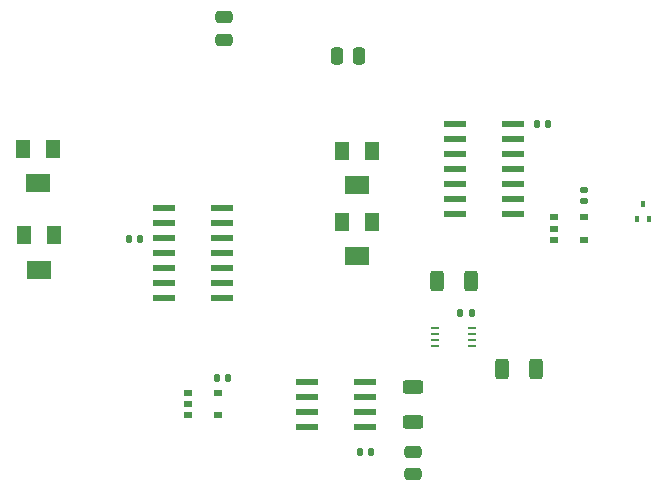
<source format=gbr>
%TF.GenerationSoftware,KiCad,Pcbnew,9.0.0*%
%TF.CreationDate,2025-04-18T23:18:59-05:00*%
%TF.ProjectId,BSPD,42535044-2e6b-4696-9361-645f70636258,rev?*%
%TF.SameCoordinates,Original*%
%TF.FileFunction,Paste,Top*%
%TF.FilePolarity,Positive*%
%FSLAX46Y46*%
G04 Gerber Fmt 4.6, Leading zero omitted, Abs format (unit mm)*
G04 Created by KiCad (PCBNEW 9.0.0) date 2025-04-18 23:18:59*
%MOMM*%
%LPD*%
G01*
G04 APERTURE LIST*
G04 Aperture macros list*
%AMRoundRect*
0 Rectangle with rounded corners*
0 $1 Rounding radius*
0 $2 $3 $4 $5 $6 $7 $8 $9 X,Y pos of 4 corners*
0 Add a 4 corners polygon primitive as box body*
4,1,4,$2,$3,$4,$5,$6,$7,$8,$9,$2,$3,0*
0 Add four circle primitives for the rounded corners*
1,1,$1+$1,$2,$3*
1,1,$1+$1,$4,$5*
1,1,$1+$1,$6,$7*
1,1,$1+$1,$8,$9*
0 Add four rect primitives between the rounded corners*
20,1,$1+$1,$2,$3,$4,$5,0*
20,1,$1+$1,$4,$5,$6,$7,0*
20,1,$1+$1,$6,$7,$8,$9,0*
20,1,$1+$1,$8,$9,$2,$3,0*%
G04 Aperture macros list end*
%ADD10R,1.981200X0.558800*%
%ADD11RoundRect,0.140000X-0.140000X-0.170000X0.140000X-0.170000X0.140000X0.170000X-0.140000X0.170000X0*%
%ADD12RoundRect,0.100000X-0.100000X0.155000X-0.100000X-0.155000X0.100000X-0.155000X0.100000X0.155000X0*%
%ADD13R,1.270000X1.549400*%
%ADD14R,2.006600X1.549400*%
%ADD15RoundRect,0.250000X-0.475000X0.250000X-0.475000X-0.250000X0.475000X-0.250000X0.475000X0.250000X0*%
%ADD16RoundRect,0.250000X-0.312500X-0.625000X0.312500X-0.625000X0.312500X0.625000X-0.312500X0.625000X0*%
%ADD17RoundRect,0.140000X0.170000X-0.140000X0.170000X0.140000X-0.170000X0.140000X-0.170000X-0.140000X0*%
%ADD18RoundRect,0.250000X-0.625000X0.312500X-0.625000X-0.312500X0.625000X-0.312500X0.625000X0.312500X0*%
%ADD19RoundRect,0.140000X0.140000X0.170000X-0.140000X0.170000X-0.140000X-0.170000X0.140000X-0.170000X0*%
%ADD20R,0.800001X0.549999*%
%ADD21RoundRect,0.250000X0.250000X0.475000X-0.250000X0.475000X-0.250000X-0.475000X0.250000X-0.475000X0*%
%ADD22R,0.762000X0.254000*%
G04 APERTURE END LIST*
D10*
%TO.C,U106*%
X159236200Y-120695000D03*
X159236200Y-121965000D03*
X159236200Y-123235000D03*
X159236200Y-124505000D03*
X164163800Y-124505000D03*
X164163800Y-123235000D03*
X164163800Y-121965000D03*
X164163800Y-120695000D03*
%TD*%
D11*
%TO.C,C103*%
X151620000Y-120300000D03*
X152580000Y-120300000D03*
%TD*%
D12*
%TO.C,Q101*%
X187200000Y-106882500D03*
X188200000Y-106882500D03*
X187700000Y-105592500D03*
%TD*%
D13*
%TO.C,RV101*%
X137827597Y-108264946D03*
D14*
X136557597Y-111160546D03*
D13*
X135287597Y-108264946D03*
%TD*%
%TO.C,RV103*%
X164720000Y-101096700D03*
D14*
X163450000Y-103992300D03*
D13*
X162180000Y-101096700D03*
%TD*%
D15*
%TO.C,C108*%
X168200000Y-126600000D03*
X168200000Y-128500000D03*
%TD*%
D16*
%TO.C,R102*%
X175737500Y-119600001D03*
X178662500Y-119600001D03*
%TD*%
D15*
%TO.C,C102*%
X152250000Y-89800000D03*
X152250000Y-91700000D03*
%TD*%
D17*
%TO.C,C109*%
X182700000Y-105380000D03*
X182700000Y-104420000D03*
%TD*%
D18*
%TO.C,R103*%
X168200000Y-121137500D03*
X168200000Y-124062500D03*
%TD*%
D19*
%TO.C,C106*%
X173180000Y-114800000D03*
X172220000Y-114800000D03*
%TD*%
D20*
%TO.C,U104*%
X149150000Y-121600000D03*
X149150000Y-122550001D03*
X149150000Y-123499999D03*
X151700000Y-123499999D03*
X151700000Y-121600000D03*
%TD*%
D21*
%TO.C,C104*%
X163650000Y-93100000D03*
X161750000Y-93100000D03*
%TD*%
D19*
%TO.C,C101*%
X145130000Y-108550000D03*
X144170000Y-108550000D03*
%TD*%
D11*
%TO.C,C107*%
X178690000Y-98850000D03*
X179650000Y-98850000D03*
%TD*%
D16*
%TO.C,R101*%
X170237500Y-112100001D03*
X173162500Y-112100001D03*
%TD*%
D10*
%TO.C,U108*%
X171772400Y-98830000D03*
X171772400Y-100100000D03*
X171772400Y-101370000D03*
X171772400Y-102640000D03*
X171772400Y-103910000D03*
X171772400Y-105180000D03*
X171772400Y-106450000D03*
X176700000Y-106450000D03*
X176700000Y-105180000D03*
X176700000Y-103910000D03*
X176700000Y-102640000D03*
X176700000Y-101370000D03*
X176700000Y-100100000D03*
X176700000Y-98830000D03*
%TD*%
D20*
%TO.C,U109*%
X180150000Y-106740001D03*
X180150000Y-107690002D03*
X180150000Y-108640000D03*
X182700000Y-108640000D03*
X182700000Y-106740001D03*
%TD*%
D22*
%TO.C,U107*%
X170050400Y-116099999D03*
X170050400Y-116600000D03*
X170050400Y-117100000D03*
X170050400Y-117600001D03*
X173200000Y-117600001D03*
X173200000Y-117100000D03*
X173200000Y-116600000D03*
X173200000Y-116099999D03*
%TD*%
D19*
%TO.C,C105*%
X164680000Y-126600000D03*
X163720000Y-126600000D03*
%TD*%
D13*
%TO.C,RV104*%
X164740000Y-107100000D03*
D14*
X163470000Y-109995600D03*
D13*
X162200000Y-107100000D03*
%TD*%
D10*
%TO.C,U105*%
X147097300Y-105990000D03*
X147097300Y-107260000D03*
X147097300Y-108530000D03*
X147097300Y-109800000D03*
X147097300Y-111070000D03*
X147097300Y-112340000D03*
X147097300Y-113610000D03*
X152024900Y-113610000D03*
X152024900Y-112340000D03*
X152024900Y-111070000D03*
X152024900Y-109800000D03*
X152024900Y-108530000D03*
X152024900Y-107260000D03*
X152024900Y-105990000D03*
%TD*%
D13*
%TO.C,RV102*%
X137770000Y-100959400D03*
D14*
X136500000Y-103855000D03*
D13*
X135230000Y-100959400D03*
%TD*%
M02*

</source>
